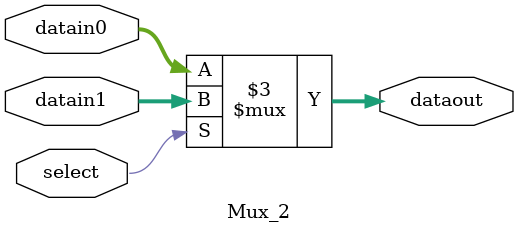
<source format=v>
module Mux_2 (select, datain0, datain1, dataout);
    input select;
    input [31:0] datain0, datain1;
    output reg [31:0] dataout;

    always @(*) begin
        if (select) 
            dataout <= datain1;
        else
            dataout <= datain0;
    end
endmodule

</source>
